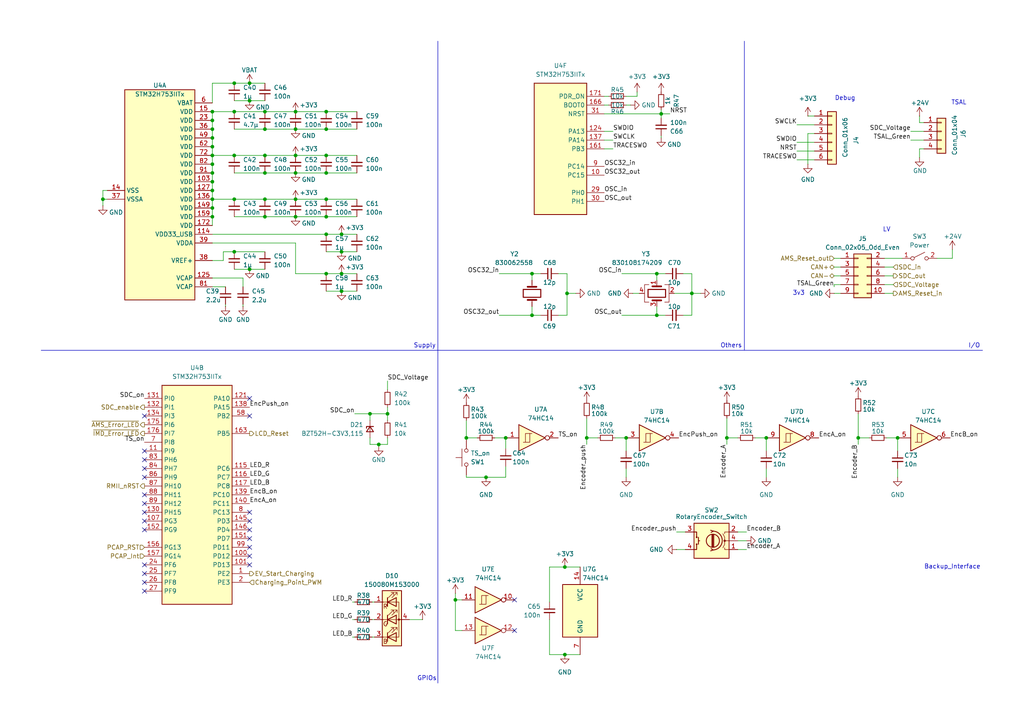
<source format=kicad_sch>
(kicad_sch
	(version 20250114)
	(generator "eeschema")
	(generator_version "9.0")
	(uuid "35b8a975-a1f8-4a47-8395-8e1ea283b386")
	(paper "A4")
	
	(text "Supply"
		(exclude_from_sim no)
		(at 123.19 100.33 0)
		(effects
			(font
				(size 1.27 1.27)
			)
		)
		(uuid "131e0615-657c-4f59-929d-0b7601842308")
	)
	(text "Backup_Interface"
		(exclude_from_sim no)
		(at 276.225 164.465 0)
		(effects
			(font
				(size 1.27 1.27)
			)
		)
		(uuid "15d77424-d13c-4f90-9f96-be8bf1adf8cc")
	)
	(text "3v3"
		(exclude_from_sim no)
		(at 229.87 85.09 0)
		(effects
			(font
				(size 1.27 1.27)
			)
			(justify left)
		)
		(uuid "364922e6-446e-413c-878a-bdcedb16435f")
	)
	(text "Debug"
		(exclude_from_sim no)
		(at 245.11 28.575 0)
		(effects
			(font
				(size 1.27 1.27)
			)
		)
		(uuid "79c5fecb-7e44-4b5c-b26a-b9a1ead8d6a7")
	)
	(text "GPIOs"
		(exclude_from_sim no)
		(at 123.825 196.85 0)
		(effects
			(font
				(size 1.27 1.27)
			)
		)
		(uuid "874e0f0d-b925-486e-858d-0f71e7baf11c")
	)
	(text "Others"
		(exclude_from_sim no)
		(at 212.09 100.33 0)
		(effects
			(font
				(size 1.27 1.27)
			)
		)
		(uuid "8c39beda-3239-4b4d-a394-cb66f7a7e4ef")
	)
	(text "LV"
		(exclude_from_sim no)
		(at 257.175 66.675 0)
		(effects
			(font
				(size 1.27 1.27)
			)
		)
		(uuid "8e72c987-571c-4fd1-98e2-d688bb9b9a23")
	)
	(text "TSAL"
		(exclude_from_sim no)
		(at 278.13 29.845 0)
		(effects
			(font
				(size 1.27 1.27)
			)
		)
		(uuid "b0e08e63-728e-465b-a9bb-a2354a70eaa5")
	)
	(text "I/O"
		(exclude_from_sim no)
		(at 282.575 100.33 0)
		(effects
			(font
				(size 1.27 1.27)
			)
		)
		(uuid "f89b8e88-7ad7-41ce-a0a0-f0fc435a26ef")
	)
	(junction
		(at 210.82 127)
		(diameter 0)
		(color 0 0 0 0)
		(uuid "03054f2e-9208-4716-83d7-1967059eae49")
	)
	(junction
		(at 61.595 60.325)
		(diameter 0)
		(color 0 0 0 0)
		(uuid "0639ff6d-0fa4-4a92-9101-ae69b2e89fd2")
	)
	(junction
		(at 135.255 127)
		(diameter 0)
		(color 0 0 0 0)
		(uuid "0da62957-c2c4-4942-91bd-ffb8d4251c5e")
	)
	(junction
		(at 67.945 32.385)
		(diameter 0)
		(color 0 0 0 0)
		(uuid "1277a601-4d5f-42fb-a0c5-a1f18ba0016e")
	)
	(junction
		(at 260.35 127)
		(diameter 0)
		(color 0 0 0 0)
		(uuid "1ec9d057-6b69-4bff-b2f9-d0b216a47459")
	)
	(junction
		(at 181.61 127)
		(diameter 0)
		(color 0 0 0 0)
		(uuid "1fbd7fc5-8c6d-4ada-afcb-22c60ceb9e34")
	)
	(junction
		(at 132.08 173.99)
		(diameter 0)
		(color 0 0 0 0)
		(uuid "2372f2f0-8b6b-4ba0-8156-48184e2d7c4f")
	)
	(junction
		(at 163.83 164.465)
		(diameter 0)
		(color 0 0 0 0)
		(uuid "32af624e-2218-4443-87a1-2186e9d667d8")
	)
	(junction
		(at 170.18 127)
		(diameter 0)
		(color 0 0 0 0)
		(uuid "384fafa7-2dc2-475f-b12a-20aa52e1d930")
	)
	(junction
		(at 112.395 120.015)
		(diameter 0)
		(color 0 0 0 0)
		(uuid "38d409b5-2312-4643-b1fc-fd0131fce598")
	)
	(junction
		(at 67.945 57.785)
		(diameter 0)
		(color 0 0 0 0)
		(uuid "3a44a5b6-35e6-477b-bf34-724cef99df7e")
	)
	(junction
		(at 61.595 32.385)
		(diameter 0)
		(color 0 0 0 0)
		(uuid "3b2e415b-e57a-4f5e-b680-987d6e0ee75d")
	)
	(junction
		(at 76.835 45.085)
		(diameter 0)
		(color 0 0 0 0)
		(uuid "412c5816-2822-46ca-a32f-61cb431bfe1e")
	)
	(junction
		(at 61.595 34.925)
		(diameter 0)
		(color 0 0 0 0)
		(uuid "430d2d22-0f07-45e6-a066-ebb18e98b45d")
	)
	(junction
		(at 94.615 79.375)
		(diameter 0)
		(color 0 0 0 0)
		(uuid "432f5d77-435d-4ec6-8d84-c3578eca972e")
	)
	(junction
		(at 85.725 50.165)
		(diameter 0)
		(color 0 0 0 0)
		(uuid "43f5a8a8-38be-4f74-81aa-71bbc42e5709")
	)
	(junction
		(at 248.92 127)
		(diameter 0)
		(color 0 0 0 0)
		(uuid "46587df5-c4cb-464f-b081-46b2e985f2df")
	)
	(junction
		(at 99.06 84.455)
		(diameter 0)
		(color 0 0 0 0)
		(uuid "4904ae19-57ee-4766-a793-026af6184969")
	)
	(junction
		(at 61.595 57.785)
		(diameter 0)
		(color 0 0 0 0)
		(uuid "4a33e8c1-b15f-4db0-b29d-1dd2148aad9a")
	)
	(junction
		(at 85.725 57.785)
		(diameter 0)
		(color 0 0 0 0)
		(uuid "4bd9b2ee-526d-4e54-8543-852c7a6f1074")
	)
	(junction
		(at 61.595 40.005)
		(diameter 0)
		(color 0 0 0 0)
		(uuid "4bef900f-dc66-42af-b560-e8cc8d6a6bce")
	)
	(junction
		(at 61.595 37.465)
		(diameter 0)
		(color 0 0 0 0)
		(uuid "4c2b925c-0792-420d-8f18-1f562d9b6ba2")
	)
	(junction
		(at 99.06 73.025)
		(diameter 0)
		(color 0 0 0 0)
		(uuid "4ff38491-b732-4bec-930a-4ca407ceb858")
	)
	(junction
		(at 107.315 120.015)
		(diameter 0)
		(color 0 0 0 0)
		(uuid "543660ff-ca23-4fad-8505-bcc3272f30b0")
	)
	(junction
		(at 164.465 85.09)
		(diameter 0)
		(color 0 0 0 0)
		(uuid "556ed635-fced-44e3-845c-f708c990d149")
	)
	(junction
		(at 163.83 189.865)
		(diameter 0)
		(color 0 0 0 0)
		(uuid "57546ade-761b-45ef-9890-daec7eb5d082")
	)
	(junction
		(at 94.615 67.945)
		(diameter 0)
		(color 0 0 0 0)
		(uuid "58f143f7-5a5b-4ff8-89cf-03a63964eb53")
	)
	(junction
		(at 190.5 79.375)
		(diameter 0)
		(color 0 0 0 0)
		(uuid "592f8bd9-4310-4fe4-b840-3718d5a08ff0")
	)
	(junction
		(at 85.725 37.465)
		(diameter 0)
		(color 0 0 0 0)
		(uuid "5a46c399-0f9f-4049-86b9-32bfb792b0a4")
	)
	(junction
		(at 67.945 24.13)
		(diameter 0)
		(color 0 0 0 0)
		(uuid "5ee7831a-b9cd-4699-8b90-ccd7a33a516a")
	)
	(junction
		(at 94.615 62.865)
		(diameter 0)
		(color 0 0 0 0)
		(uuid "62af3ba4-2380-4137-9c4c-8f703fa148db")
	)
	(junction
		(at 222.25 127)
		(diameter 0)
		(color 0 0 0 0)
		(uuid "68357784-7318-43f3-becd-152fcf669e7d")
	)
	(junction
		(at 85.725 32.385)
		(diameter 0)
		(color 0 0 0 0)
		(uuid "6b4ae941-68bd-4806-b564-6051c3e374f6")
	)
	(junction
		(at 61.595 47.625)
		(diameter 0)
		(color 0 0 0 0)
		(uuid "6e7d6e8b-008e-46f2-97bf-300e301fcdc5")
	)
	(junction
		(at 72.39 29.21)
		(diameter 0)
		(color 0 0 0 0)
		(uuid "84972f59-b0b8-441f-aae9-7917b0ac015f")
	)
	(junction
		(at 85.725 45.085)
		(diameter 0)
		(color 0 0 0 0)
		(uuid "84d185bd-171c-460f-91bf-66aa757880e7")
	)
	(junction
		(at 76.835 37.465)
		(diameter 0)
		(color 0 0 0 0)
		(uuid "8a3e42ba-433e-476e-bec8-923cd84f46fb")
	)
	(junction
		(at 61.595 52.705)
		(diameter 0)
		(color 0 0 0 0)
		(uuid "93864b3d-3224-4702-bf3d-2ed04340069c")
	)
	(junction
		(at 99.06 79.375)
		(diameter 0)
		(color 0 0 0 0)
		(uuid "9e0818cf-2913-43d0-81ad-5fd7c6a3ddb1")
	)
	(junction
		(at 140.97 138.43)
		(diameter 0)
		(color 0 0 0 0)
		(uuid "a2af58c6-5f1e-4b3e-b0c0-12a279005486")
	)
	(junction
		(at 76.835 50.165)
		(diameter 0)
		(color 0 0 0 0)
		(uuid "a8da62c7-b5b2-4a05-8568-ce944b258201")
	)
	(junction
		(at 190.5 91.44)
		(diameter 0)
		(color 0 0 0 0)
		(uuid "ac9f37a4-8446-4a5b-a6ff-9f608799a097")
	)
	(junction
		(at 61.595 50.165)
		(diameter 0)
		(color 0 0 0 0)
		(uuid "b510fd1a-117a-465f-a751-9a561bd2ac96")
	)
	(junction
		(at 61.595 42.545)
		(diameter 0)
		(color 0 0 0 0)
		(uuid "b530e2a2-741c-4c76-ace0-7d60e6d206ce")
	)
	(junction
		(at 94.615 57.785)
		(diameter 0)
		(color 0 0 0 0)
		(uuid "bca7b570-75fa-40a7-a5dd-b415eee9e6fa")
	)
	(junction
		(at 94.615 50.165)
		(diameter 0)
		(color 0 0 0 0)
		(uuid "bcf0274b-9b82-4ddd-b442-da13a9d22e46")
	)
	(junction
		(at 67.945 73.025)
		(diameter 0)
		(color 0 0 0 0)
		(uuid "bdeb1722-eb35-4647-a7e0-350ed2e01785")
	)
	(junction
		(at 200.66 85.09)
		(diameter 0)
		(color 0 0 0 0)
		(uuid "c2234057-b903-484a-a2e3-a32a8859901c")
	)
	(junction
		(at 85.725 62.865)
		(diameter 0)
		(color 0 0 0 0)
		(uuid "c55b6c0a-705b-4ad7-afc8-beda683bc62e")
	)
	(junction
		(at 67.945 45.085)
		(diameter 0)
		(color 0 0 0 0)
		(uuid "ced6b67c-b589-447b-b173-eb3d5278bd77")
	)
	(junction
		(at 99.06 67.945)
		(diameter 0)
		(color 0 0 0 0)
		(uuid "ceeeb9fd-c3cf-438c-9822-df85739f3524")
	)
	(junction
		(at 191.77 33.02)
		(diameter 0)
		(color 0 0 0 0)
		(uuid "d01fb329-49c1-4312-9a86-8c2522e92a75")
	)
	(junction
		(at 72.39 24.13)
		(diameter 0)
		(color 0 0 0 0)
		(uuid "d181dd89-adb0-44ef-b5de-42f46220a519")
	)
	(junction
		(at 154.305 91.44)
		(diameter 0)
		(color 0 0 0 0)
		(uuid "d62f36d0-5342-483c-96b2-d979dd1cfd28")
	)
	(junction
		(at 154.305 79.375)
		(diameter 0)
		(color 0 0 0 0)
		(uuid "d7b6fc6c-855c-4ad5-b8db-ffb1631d4d8e")
	)
	(junction
		(at 29.845 57.785)
		(diameter 0)
		(color 0 0 0 0)
		(uuid "da4a391a-8756-4bbe-ad5d-6a5d7cc0698f")
	)
	(junction
		(at 72.39 78.105)
		(diameter 0)
		(color 0 0 0 0)
		(uuid "dc976682-daa7-427b-b632-e4e6f1b2f4a5")
	)
	(junction
		(at 146.685 127)
		(diameter 0)
		(color 0 0 0 0)
		(uuid "ddd035ed-81df-49e3-9245-82755440f4a5")
	)
	(junction
		(at 61.595 55.245)
		(diameter 0)
		(color 0 0 0 0)
		(uuid "e0d34c7c-a2c8-4d45-a4be-7edc074c7759")
	)
	(junction
		(at 94.615 32.385)
		(diameter 0)
		(color 0 0 0 0)
		(uuid "e6ae9a3e-d48c-4e18-9235-74fe81b4c978")
	)
	(junction
		(at 61.595 62.865)
		(diameter 0)
		(color 0 0 0 0)
		(uuid "eea696d1-0980-4f7d-9ba9-1ff3dcb2b606")
	)
	(junction
		(at 76.835 57.785)
		(diameter 0)
		(color 0 0 0 0)
		(uuid "f3f74bf6-10b1-4218-bfb6-61ef3118c054")
	)
	(junction
		(at 76.835 62.865)
		(diameter 0)
		(color 0 0 0 0)
		(uuid "f5150f2b-4683-49e5-a470-3066104142ee")
	)
	(junction
		(at 61.595 45.085)
		(diameter 0)
		(color 0 0 0 0)
		(uuid "f5abb69e-3023-40b6-8c88-ffed31815111")
	)
	(junction
		(at 76.835 32.385)
		(diameter 0)
		(color 0 0 0 0)
		(uuid "f71381d7-d154-4117-8ffa-0d9e641e8953")
	)
	(junction
		(at 94.615 45.085)
		(diameter 0)
		(color 0 0 0 0)
		(uuid "fa07ce36-60e8-4ebb-8b80-5cc0f863054d")
	)
	(junction
		(at 94.615 37.465)
		(diameter 0)
		(color 0 0 0 0)
		(uuid "fea021c6-6169-4cbd-bd9b-0c0e6e7bdfc0")
	)
	(junction
		(at 109.855 128.905)
		(diameter 0)
		(color 0 0 0 0)
		(uuid "fee4a54d-fd10-4b4f-97f2-238b76d9efae")
	)
	(no_connect
		(at 72.39 161.29)
		(uuid "0576ea35-f83d-4e20-b983-4c8b7d9509b4")
	)
	(no_connect
		(at 72.39 153.67)
		(uuid "0979849e-710e-47b6-86d7-e9c688b9aa11")
	)
	(no_connect
		(at 41.91 168.91)
		(uuid "1ab33352-5df0-41d3-8a2b-70622302d93e")
	)
	(no_connect
		(at 149.225 182.88)
		(uuid "29403ca2-cc18-4015-b634-200487c369b9")
	)
	(no_connect
		(at 72.39 163.83)
		(uuid "4410c5c1-a77d-4511-a747-adf545451880")
	)
	(no_connect
		(at 72.39 156.21)
		(uuid "4f5fb956-ecd3-4e6a-b104-4f11672ec02d")
	)
	(no_connect
		(at 72.39 115.57)
		(uuid "554342c8-e8a6-401a-9844-51d2683b8c11")
	)
	(no_connect
		(at 72.39 148.59)
		(uuid "56d7413a-87a1-4ad6-8dbd-0da9468a8192")
	)
	(no_connect
		(at 41.91 153.67)
		(uuid "5cb0fac4-5588-43dd-a51e-c4f003bc7824")
	)
	(no_connect
		(at 41.91 148.59)
		(uuid "69384793-4239-403d-874d-b47a9ebff07d")
	)
	(no_connect
		(at 41.91 171.45)
		(uuid "7e0e686d-2fb2-4695-9b96-f6d8257bde24")
	)
	(no_connect
		(at 41.91 143.51)
		(uuid "83226d1a-7a17-4132-bafe-0c6aa7a29673")
	)
	(no_connect
		(at 149.225 173.99)
		(uuid "8cf95af1-9033-42fe-8297-3430137568f8")
	)
	(no_connect
		(at 72.39 151.13)
		(uuid "96871d32-c453-42c5-bf6f-f37ed9c4897b")
	)
	(no_connect
		(at 41.91 120.65)
		(uuid "bf91d5ab-3192-49f6-a0f3-cb8a4dc750a6")
	)
	(no_connect
		(at 41.91 166.37)
		(uuid "c047b6c2-2357-4733-8e67-2cd2475b6982")
	)
	(no_connect
		(at 41.91 138.43)
		(uuid "c17d3ccd-81ba-4fdd-af5d-4cffde13a405")
	)
	(no_connect
		(at 41.91 133.35)
		(uuid "c2dec42b-d8b6-4fba-8ad8-3058ad41867c")
	)
	(no_connect
		(at 41.91 130.81)
		(uuid "cb35255e-15c1-4414-bab0-36e7e6123437")
	)
	(no_connect
		(at 72.39 120.65)
		(uuid "cf225bd0-a812-4259-9c6d-76bce07b2df2")
	)
	(no_connect
		(at 41.91 135.89)
		(uuid "cf870591-39f4-4cb8-9b41-ec579bc32917")
	)
	(no_connect
		(at 41.91 151.13)
		(uuid "d187bd36-9147-40e9-9890-05ffb8be5838")
	)
	(no_connect
		(at 41.91 146.05)
		(uuid "e0470519-9119-4305-bb41-2d8661a35767")
	)
	(no_connect
		(at 72.39 158.75)
		(uuid "e38f9f38-fab1-4a5d-8735-35ab6dacc3c2")
	)
	(no_connect
		(at 41.91 163.83)
		(uuid "e3a1c579-c1e8-4e0a-be47-865c53293241")
	)
	(wire
		(pts
			(xy 29.845 55.245) (xy 29.845 57.785)
		)
		(stroke
			(width 0)
			(type default)
		)
		(uuid "032e93c1-425f-4fcb-aba6-03ae1c74082b")
	)
	(wire
		(pts
			(xy 61.595 50.165) (xy 61.595 52.705)
		)
		(stroke
			(width 0)
			(type default)
		)
		(uuid "04debeef-549a-4c39-927b-69f1f0139e70")
	)
	(wire
		(pts
			(xy 102.235 184.785) (xy 102.87 184.785)
		)
		(stroke
			(width 0)
			(type default)
		)
		(uuid "05c2eb4c-a567-4a7b-9a8b-6cba89516905")
	)
	(wire
		(pts
			(xy 163.83 164.465) (xy 159.385 164.465)
		)
		(stroke
			(width 0)
			(type default)
		)
		(uuid "07a82d9a-9ca8-4d08-8726-f180541b7083")
	)
	(wire
		(pts
			(xy 94.615 84.455) (xy 99.06 84.455)
		)
		(stroke
			(width 0)
			(type default)
		)
		(uuid "0897e0f0-120b-400e-bb14-897e40e7b02d")
	)
	(wire
		(pts
			(xy 61.595 45.085) (xy 61.595 47.625)
		)
		(stroke
			(width 0)
			(type default)
		)
		(uuid "097118d6-edc8-4348-b70f-10344c435092")
	)
	(wire
		(pts
			(xy 276.225 74.93) (xy 271.78 74.93)
		)
		(stroke
			(width 0)
			(type default)
		)
		(uuid "0abfaed6-42e2-4ebd-ac06-07b93585aba9")
	)
	(wire
		(pts
			(xy 210.82 121.285) (xy 210.82 127)
		)
		(stroke
			(width 0)
			(type default)
		)
		(uuid "0acb257e-2494-4ba3-9e68-77f675c74b58")
	)
	(wire
		(pts
			(xy 132.08 173.99) (xy 133.985 173.99)
		)
		(stroke
			(width 0)
			(type default)
		)
		(uuid "0c12a21c-7010-4ff8-acfb-f02a5c09dbb8")
	)
	(wire
		(pts
			(xy 164.465 79.375) (xy 161.925 79.375)
		)
		(stroke
			(width 0)
			(type default)
		)
		(uuid "0f6e8366-0d81-4da7-9f30-62173a06d853")
	)
	(wire
		(pts
			(xy 144.78 91.44) (xy 154.305 91.44)
		)
		(stroke
			(width 0)
			(type default)
		)
		(uuid "0f761e8c-44a9-43ba-8303-ba52fba04da2")
	)
	(wire
		(pts
			(xy 94.615 32.385) (xy 103.505 32.385)
		)
		(stroke
			(width 0)
			(type default)
		)
		(uuid "0fa1f5e0-0ffe-4f7d-bf74-e541cdb35448")
	)
	(wire
		(pts
			(xy 67.945 29.21) (xy 72.39 29.21)
		)
		(stroke
			(width 0)
			(type default)
		)
		(uuid "104524c5-4e85-46bb-8fcf-6e42d9b60b65")
	)
	(wire
		(pts
			(xy 196.215 154.305) (xy 198.755 154.305)
		)
		(stroke
			(width 0)
			(type default)
		)
		(uuid "10bcdded-64db-4cbe-937c-70873d7cfb8e")
	)
	(wire
		(pts
			(xy 154.305 88.9) (xy 154.305 91.44)
		)
		(stroke
			(width 0)
			(type default)
		)
		(uuid "11e88f10-3504-432d-b8ed-d3a2e1236c08")
	)
	(wire
		(pts
			(xy 159.385 179.705) (xy 159.385 189.865)
		)
		(stroke
			(width 0)
			(type default)
		)
		(uuid "12993ed2-1dc1-4d0e-86ff-959c1d8c40f6")
	)
	(wire
		(pts
			(xy 156.845 79.375) (xy 154.305 79.375)
		)
		(stroke
			(width 0)
			(type default)
		)
		(uuid "13465972-5b15-4360-a8d8-10dafd7f715f")
	)
	(wire
		(pts
			(xy 61.595 80.645) (xy 70.485 80.645)
		)
		(stroke
			(width 0)
			(type default)
		)
		(uuid "148b4878-4176-450e-a5d5-e6bfe383516f")
	)
	(wire
		(pts
			(xy 276.225 72.39) (xy 276.225 74.93)
		)
		(stroke
			(width 0)
			(type default)
		)
		(uuid "149f6158-2d55-4904-9005-6a7af8f5b0bd")
	)
	(wire
		(pts
			(xy 61.595 70.485) (xy 85.725 70.485)
		)
		(stroke
			(width 0)
			(type default)
		)
		(uuid "17aaff2b-efe1-44db-8c2b-80df99259895")
	)
	(wire
		(pts
			(xy 266.7 45.72) (xy 266.7 43.18)
		)
		(stroke
			(width 0)
			(type default)
		)
		(uuid "17af4a42-5d6e-4b1d-a623-823e298f89ff")
	)
	(wire
		(pts
			(xy 248.92 120.015) (xy 248.92 127)
		)
		(stroke
			(width 0)
			(type default)
		)
		(uuid "189cc12e-17f9-4ac7-a5e3-046d825e6b14")
	)
	(wire
		(pts
			(xy 99.06 67.945) (xy 103.505 67.945)
		)
		(stroke
			(width 0)
			(type default)
		)
		(uuid "1a1d5fa7-6a93-453f-bf03-bdc034a2e77b")
	)
	(wire
		(pts
			(xy 94.615 57.785) (xy 103.505 57.785)
		)
		(stroke
			(width 0)
			(type default)
		)
		(uuid "1c4dff5e-c946-4edf-b17e-21144a60469e")
	)
	(wire
		(pts
			(xy 241.935 77.47) (xy 243.84 77.47)
		)
		(stroke
			(width 0)
			(type default)
		)
		(uuid "1d2e0e02-2515-4d66-aeb3-65162d89a3f4")
	)
	(wire
		(pts
			(xy 184.785 27.94) (xy 181.61 27.94)
		)
		(stroke
			(width 0)
			(type default)
		)
		(uuid "1f04f8da-308f-4d4b-b645-ba6a9e3ab5d0")
	)
	(wire
		(pts
			(xy 76.835 32.385) (xy 85.725 32.385)
		)
		(stroke
			(width 0)
			(type default)
		)
		(uuid "1faf3668-c96e-4421-a896-b7c77f08f668")
	)
	(wire
		(pts
			(xy 61.595 83.185) (xy 65.405 83.185)
		)
		(stroke
			(width 0)
			(type default)
		)
		(uuid "1ffb5664-1168-4c3c-85d6-4fdbdf0c4e6e")
	)
	(wire
		(pts
			(xy 264.16 38.1) (xy 267.97 38.1)
		)
		(stroke
			(width 0)
			(type default)
		)
		(uuid "24d23fd4-dde8-468b-82b9-b8390fc82a84")
	)
	(wire
		(pts
			(xy 135.255 121.92) (xy 135.255 127)
		)
		(stroke
			(width 0)
			(type default)
		)
		(uuid "24dd2109-d885-4f25-9b95-438c9c83cf53")
	)
	(wire
		(pts
			(xy 180.34 91.44) (xy 190.5 91.44)
		)
		(stroke
			(width 0)
			(type default)
		)
		(uuid "253dfb7b-e994-492e-9366-0b579cd2b921")
	)
	(wire
		(pts
			(xy 175.26 43.18) (xy 177.8 43.18)
		)
		(stroke
			(width 0)
			(type default)
		)
		(uuid "2648ca35-0d3b-41fc-a0c7-4426c47646af")
	)
	(wire
		(pts
			(xy 178.435 127) (xy 181.61 127)
		)
		(stroke
			(width 0)
			(type default)
		)
		(uuid "2648ed24-8d46-4019-81af-59cb3d3be6ef")
	)
	(wire
		(pts
			(xy 191.77 31.75) (xy 191.77 33.02)
		)
		(stroke
			(width 0)
			(type default)
		)
		(uuid "26c33951-823a-4537-8b37-6d067360a301")
	)
	(wire
		(pts
			(xy 112.395 128.905) (xy 112.395 127)
		)
		(stroke
			(width 0)
			(type default)
		)
		(uuid "2c4f26c5-5c63-4935-8730-31c29fa84cce")
	)
	(wire
		(pts
			(xy 181.61 127) (xy 181.61 130.81)
		)
		(stroke
			(width 0)
			(type default)
		)
		(uuid "2cdd5f51-0d96-4792-81bb-d51b64b09cb3")
	)
	(wire
		(pts
			(xy 61.595 24.13) (xy 67.945 24.13)
		)
		(stroke
			(width 0)
			(type default)
		)
		(uuid "309416c5-01a5-479d-b151-4aa15c679aae")
	)
	(wire
		(pts
			(xy 85.725 79.375) (xy 94.615 79.375)
		)
		(stroke
			(width 0)
			(type default)
		)
		(uuid "310b3c16-f636-42e3-92d9-8323bba36848")
	)
	(wire
		(pts
			(xy 76.835 37.465) (xy 85.725 37.465)
		)
		(stroke
			(width 0)
			(type default)
		)
		(uuid "330ea2aa-85e8-4ceb-99f4-7100f8ce0417")
	)
	(wire
		(pts
			(xy 191.77 33.02) (xy 194.31 33.02)
		)
		(stroke
			(width 0)
			(type default)
		)
		(uuid "347806f3-c012-4e14-b373-8933bd8734e0")
	)
	(wire
		(pts
			(xy 76.835 57.785) (xy 85.725 57.785)
		)
		(stroke
			(width 0)
			(type default)
		)
		(uuid "36d2f170-42d7-42b6-bedf-1e807c2cdfa4")
	)
	(wire
		(pts
			(xy 132.08 182.88) (xy 133.985 182.88)
		)
		(stroke
			(width 0)
			(type default)
		)
		(uuid "37e53374-fbe2-4c94-9df6-af2d252aceb1")
	)
	(wire
		(pts
			(xy 61.595 42.545) (xy 61.595 45.085)
		)
		(stroke
			(width 0)
			(type default)
		)
		(uuid "3ef07bc0-0d1b-4958-a3ce-4224cfe09f5c")
	)
	(wire
		(pts
			(xy 175.26 30.48) (xy 176.53 30.48)
		)
		(stroke
			(width 0)
			(type default)
		)
		(uuid "403943a3-7606-4350-b9f9-7a83a426e950")
	)
	(wire
		(pts
			(xy 107.315 120.015) (xy 107.315 121.92)
		)
		(stroke
			(width 0)
			(type default)
		)
		(uuid "40f3fbab-c25f-4c9a-a6ab-fb4449cf418a")
	)
	(wire
		(pts
			(xy 67.945 73.025) (xy 76.835 73.025)
		)
		(stroke
			(width 0)
			(type default)
		)
		(uuid "41a4017a-ed14-481c-94d2-358f975fdabf")
	)
	(wire
		(pts
			(xy 146.685 135.255) (xy 146.685 138.43)
		)
		(stroke
			(width 0)
			(type default)
		)
		(uuid "42a6c1c1-0bec-4a64-ba97-022485632b2c")
	)
	(wire
		(pts
			(xy 196.215 159.385) (xy 198.755 159.385)
		)
		(stroke
			(width 0)
			(type default)
		)
		(uuid "45efd4b5-380f-4cd4-904f-cf4fa9f9daec")
	)
	(wire
		(pts
			(xy 99.06 79.375) (xy 103.505 79.375)
		)
		(stroke
			(width 0)
			(type default)
		)
		(uuid "4744999c-668b-4ef7-aadc-3605c6b773bc")
	)
	(wire
		(pts
			(xy 241.935 82.55) (xy 243.84 82.55)
		)
		(stroke
			(width 0)
			(type default)
		)
		(uuid "4a8c75fc-97c8-4a4c-ae30-d2dd3740701b")
	)
	(wire
		(pts
			(xy 94.615 67.945) (xy 99.06 67.945)
		)
		(stroke
			(width 0)
			(type default)
		)
		(uuid "4b920d01-933a-491c-99e7-03b14beb823a")
	)
	(wire
		(pts
			(xy 31.115 57.785) (xy 29.845 57.785)
		)
		(stroke
			(width 0)
			(type default)
		)
		(uuid "4d5c3bc0-56ca-42fc-9e4b-f425c7170797")
	)
	(wire
		(pts
			(xy 64.77 75.565) (xy 64.77 73.025)
		)
		(stroke
			(width 0)
			(type default)
		)
		(uuid "50907a1c-ae3b-4cb2-8b1f-a2bbd698e6e7")
	)
	(wire
		(pts
			(xy 164.465 85.09) (xy 164.465 79.375)
		)
		(stroke
			(width 0)
			(type default)
		)
		(uuid "50b98742-cad0-4c19-a7a0-a62a29ac5fcc")
	)
	(wire
		(pts
			(xy 260.35 135.89) (xy 260.35 138.43)
		)
		(stroke
			(width 0)
			(type default)
		)
		(uuid "5248ae66-747b-402d-b1e1-3923ddbceb53")
	)
	(wire
		(pts
			(xy 109.855 129.54) (xy 109.855 128.905)
		)
		(stroke
			(width 0)
			(type default)
		)
		(uuid "55392592-7026-4f7e-ac69-d16b34d6c332")
	)
	(wire
		(pts
			(xy 193.04 79.375) (xy 190.5 79.375)
		)
		(stroke
			(width 0)
			(type default)
		)
		(uuid "555e9d66-742b-4eec-a060-e02888a73929")
	)
	(wire
		(pts
			(xy 175.26 38.1) (xy 177.8 38.1)
		)
		(stroke
			(width 0)
			(type default)
		)
		(uuid "57d04a43-6d2e-4867-91ea-a8b774abf2a0")
	)
	(wire
		(pts
			(xy 190.5 79.375) (xy 190.5 81.28)
		)
		(stroke
			(width 0)
			(type default)
		)
		(uuid "5a7fb71b-fa03-4ad2-9d6d-61e0ee9e0398")
	)
	(wire
		(pts
			(xy 72.39 78.105) (xy 76.835 78.105)
		)
		(stroke
			(width 0)
			(type default)
		)
		(uuid "5aff9e20-a3fa-44e2-b265-1bacc7296e59")
	)
	(polyline
		(pts
			(xy 215.9 11.938) (xy 215.9 101.6)
		)
		(stroke
			(width 0)
			(type default)
		)
		(uuid "5d5a5bf6-27d1-48b9-96a5-b3ec58aa8e29")
	)
	(wire
		(pts
			(xy 191.77 34.29) (xy 191.77 33.02)
		)
		(stroke
			(width 0)
			(type default)
		)
		(uuid "60b71a6b-1157-4946-bc97-0a3329be562e")
	)
	(wire
		(pts
			(xy 163.83 189.865) (xy 168.275 189.865)
		)
		(stroke
			(width 0)
			(type default)
		)
		(uuid "6135ec72-54f1-443e-a5b5-c37342bd387e")
	)
	(wire
		(pts
			(xy 107.95 179.705) (xy 108.585 179.705)
		)
		(stroke
			(width 0)
			(type default)
		)
		(uuid "62b842d4-cccf-48c1-93fb-672495a4281c")
	)
	(wire
		(pts
			(xy 85.725 32.385) (xy 94.615 32.385)
		)
		(stroke
			(width 0)
			(type default)
		)
		(uuid "6303d52b-100d-46f3-a928-30836b82f1cc")
	)
	(wire
		(pts
			(xy 94.615 50.165) (xy 103.505 50.165)
		)
		(stroke
			(width 0)
			(type default)
		)
		(uuid "6396b971-f44f-406f-9e4e-0613cb6bf000")
	)
	(wire
		(pts
			(xy 135.255 127.635) (xy 135.255 127)
		)
		(stroke
			(width 0)
			(type default)
		)
		(uuid "64e3a189-c1ad-459d-995d-a0035f523f27")
	)
	(wire
		(pts
			(xy 112.395 120.015) (xy 107.315 120.015)
		)
		(stroke
			(width 0)
			(type default)
		)
		(uuid "6625ace8-7df0-49fe-be18-552f69797353")
	)
	(wire
		(pts
			(xy 72.39 24.13) (xy 76.835 24.13)
		)
		(stroke
			(width 0)
			(type default)
		)
		(uuid "67d92ab7-6b27-413e-9d68-7d1c5c2811e8")
	)
	(wire
		(pts
			(xy 67.945 37.465) (xy 76.835 37.465)
		)
		(stroke
			(width 0)
			(type default)
		)
		(uuid "6806237e-7ade-4701-8b03-154f1dcd585d")
	)
	(wire
		(pts
			(xy 61.595 57.785) (xy 61.595 60.325)
		)
		(stroke
			(width 0)
			(type default)
		)
		(uuid "6a586c9f-68a8-4812-82a9-a5e31d2a3515")
	)
	(wire
		(pts
			(xy 170.18 121.285) (xy 170.18 127)
		)
		(stroke
			(width 0)
			(type default)
		)
		(uuid "6be6246e-4199-4714-be23-b158dcd26c83")
	)
	(wire
		(pts
			(xy 118.745 179.705) (xy 122.555 179.705)
		)
		(stroke
			(width 0)
			(type default)
		)
		(uuid "6d45df03-d4db-468d-b940-85424d61490f")
	)
	(wire
		(pts
			(xy 184.785 26.67) (xy 184.785 27.94)
		)
		(stroke
			(width 0)
			(type default)
		)
		(uuid "6d4f3bce-43e5-4382-80fd-e1bf727cadaf")
	)
	(wire
		(pts
			(xy 264.16 40.64) (xy 267.97 40.64)
		)
		(stroke
			(width 0)
			(type default)
		)
		(uuid "6e4c3d8c-0039-454c-9ed5-ebed97a25dfd")
	)
	(wire
		(pts
			(xy 200.66 91.44) (xy 200.66 85.09)
		)
		(stroke
			(width 0)
			(type default)
		)
		(uuid "6e65cf2f-79a8-42d3-a1d9-dc3348bdfd63")
	)
	(wire
		(pts
			(xy 260.35 127) (xy 260.35 130.81)
		)
		(stroke
			(width 0)
			(type default)
		)
		(uuid "6ef6778b-bc85-4d70-ac90-14af113f39b0")
	)
	(wire
		(pts
			(xy 234.315 38.735) (xy 236.22 38.735)
		)
		(stroke
			(width 0)
			(type default)
		)
		(uuid "6f73b510-add9-447a-a656-606690f47875")
	)
	(wire
		(pts
			(xy 190.5 91.44) (xy 193.04 91.44)
		)
		(stroke
			(width 0)
			(type default)
		)
		(uuid "703d9349-c8a4-4a59-8d3d-5b12a6be4b90")
	)
	(wire
		(pts
			(xy 181.61 135.89) (xy 181.61 138.43)
		)
		(stroke
			(width 0)
			(type default)
		)
		(uuid "72e34599-0c42-46a0-9c0b-77a570bf18de")
	)
	(wire
		(pts
			(xy 64.77 73.025) (xy 67.945 73.025)
		)
		(stroke
			(width 0)
			(type default)
		)
		(uuid "73b6ecd5-6c6d-4016-bd27-0a2d8d9f1dcb")
	)
	(wire
		(pts
			(xy 222.25 135.89) (xy 222.25 138.43)
		)
		(stroke
			(width 0)
			(type default)
		)
		(uuid "758d34b8-5e0c-4d3e-a8e7-0bf6f0655aa8")
	)
	(wire
		(pts
			(xy 94.615 79.375) (xy 99.06 79.375)
		)
		(stroke
			(width 0)
			(type default)
		)
		(uuid "75c1b770-6d91-48ed-b5bb-2a7474ec1302")
	)
	(wire
		(pts
			(xy 109.855 128.905) (xy 112.395 128.905)
		)
		(stroke
			(width 0)
			(type default)
		)
		(uuid "7914a7e9-5528-4149-9398-b8c7534f01a7")
	)
	(wire
		(pts
			(xy 94.615 37.465) (xy 103.505 37.465)
		)
		(stroke
			(width 0)
			(type default)
		)
		(uuid "79b4f1a0-ad3e-42ad-8d4d-96fdacee2d98")
	)
	(wire
		(pts
			(xy 61.595 75.565) (xy 64.77 75.565)
		)
		(stroke
			(width 0)
			(type default)
		)
		(uuid "7af938fc-d107-4e8b-b420-77fc02771c52")
	)
	(wire
		(pts
			(xy 219.075 127) (xy 222.25 127)
		)
		(stroke
			(width 0)
			(type default)
		)
		(uuid "839b782e-28ab-428d-b1be-7822af7b71cb")
	)
	(wire
		(pts
			(xy 180.34 79.375) (xy 190.5 79.375)
		)
		(stroke
			(width 0)
			(type default)
		)
		(uuid "83a55d68-4ab7-4179-9354-0c5cc77b1c73")
	)
	(wire
		(pts
			(xy 76.835 50.165) (xy 85.725 50.165)
		)
		(stroke
			(width 0)
			(type default)
		)
		(uuid "84e3fdd0-3727-441e-a756-9e0c64b0f45f")
	)
	(polyline
		(pts
			(xy 127 11.938) (xy 127 101.6)
		)
		(stroke
			(width 0)
			(type default)
		)
		(uuid "84f38b85-0f5d-4a4b-80bb-696a14d4aafa")
	)
	(wire
		(pts
			(xy 140.97 138.43) (xy 146.685 138.43)
		)
		(stroke
			(width 0)
			(type default)
		)
		(uuid "86313ec9-c45c-40da-8b43-e3bfab508203")
	)
	(wire
		(pts
			(xy 248.92 127) (xy 252.095 127)
		)
		(stroke
			(width 0)
			(type default)
		)
		(uuid "86947a20-bfbb-470f-ade3-d9f6007b69ac")
	)
	(wire
		(pts
			(xy 175.26 40.64) (xy 177.8 40.64)
		)
		(stroke
			(width 0)
			(type default)
		)
		(uuid "88b8f5b6-3715-41e0-a3a8-0d0e3a6c1e02")
	)
	(wire
		(pts
			(xy 168.275 164.465) (xy 163.83 164.465)
		)
		(stroke
			(width 0)
			(type default)
		)
		(uuid "89e32d00-bc94-4885-82e0-5dd30728688e")
	)
	(wire
		(pts
			(xy 61.595 67.945) (xy 94.615 67.945)
		)
		(stroke
			(width 0)
			(type default)
		)
		(uuid "8b6d86c8-a76b-4172-a3e3-318a9ff50aa3")
	)
	(polyline
		(pts
			(xy 127 101.6) (xy 127 198.12)
		)
		(stroke
			(width 0)
			(type default)
		)
		(uuid "8bcf0b4a-6f01-4a5f-b0f5-c84531e850c3")
	)
	(wire
		(pts
			(xy 210.82 127) (xy 213.995 127)
		)
		(stroke
			(width 0)
			(type default)
		)
		(uuid "8c3414c8-1f18-4d52-9d18-92efb010e968")
	)
	(wire
		(pts
			(xy 102.235 174.625) (xy 102.87 174.625)
		)
		(stroke
			(width 0)
			(type default)
		)
		(uuid "8ebbf762-fbce-49fe-bfeb-dcdacafb24c4")
	)
	(wire
		(pts
			(xy 231.14 41.275) (xy 236.22 41.275)
		)
		(stroke
			(width 0)
			(type default)
		)
		(uuid "9010c615-b8dc-48be-91ed-68e32181e1d7")
	)
	(wire
		(pts
			(xy 190.5 88.9) (xy 190.5 91.44)
		)
		(stroke
			(width 0)
			(type default)
		)
		(uuid "901b9b2d-ac73-44b7-895b-ec05897b6639")
	)
	(wire
		(pts
			(xy 200.66 85.09) (xy 203.2 85.09)
		)
		(stroke
			(width 0)
			(type default)
		)
		(uuid "9093e411-b067-4966-8fa8-328292f3ebea")
	)
	(wire
		(pts
			(xy 61.595 55.245) (xy 61.595 57.785)
		)
		(stroke
			(width 0)
			(type default)
		)
		(uuid "90b8ebde-31c8-4847-a287-5f7fd9675ba3")
	)
	(wire
		(pts
			(xy 243.84 85.09) (xy 241.935 85.09)
		)
		(stroke
			(width 0)
			(type default)
		)
		(uuid "91741062-b740-4586-b9f4-922451ae440c")
	)
	(wire
		(pts
			(xy 170.18 128.905) (xy 170.18 127)
		)
		(stroke
			(width 0)
			(type default)
		)
		(uuid "964c4c95-0edc-42d0-810d-ad4479439d49")
	)
	(wire
		(pts
			(xy 99.06 73.025) (xy 103.505 73.025)
		)
		(stroke
			(width 0)
			(type default)
		)
		(uuid "973662df-2e27-4c95-a259-713a9d128e46")
	)
	(wire
		(pts
			(xy 159.385 164.465) (xy 159.385 174.625)
		)
		(stroke
			(width 0)
			(type default)
		)
		(uuid "978df144-cdde-4d69-8b01-c4fe7024360a")
	)
	(wire
		(pts
			(xy 154.305 91.44) (xy 156.845 91.44)
		)
		(stroke
			(width 0)
			(type default)
		)
		(uuid "97ede80a-b5b1-4149-b441-4a9a24261021")
	)
	(wire
		(pts
			(xy 29.845 57.785) (xy 29.845 59.69)
		)
		(stroke
			(width 0)
			(type default)
		)
		(uuid "98d5f97d-76ee-4339-9fcb-0aad1bffdd91")
	)
	(wire
		(pts
			(xy 266.7 33.655) (xy 266.7 35.56)
		)
		(stroke
			(width 0)
			(type default)
		)
		(uuid "9b45f6d1-d5f6-49df-b13f-a61d564c7e69")
	)
	(wire
		(pts
			(xy 200.66 85.09) (xy 195.58 85.09)
		)
		(stroke
			(width 0)
			(type default)
		)
		(uuid "9cc1ff3f-cefe-4a7e-b237-e926d6edbe05")
	)
	(wire
		(pts
			(xy 266.7 35.56) (xy 267.97 35.56)
		)
		(stroke
			(width 0)
			(type default)
		)
		(uuid "9d514266-0ddd-4350-a00d-f23dcaf52f6f")
	)
	(wire
		(pts
			(xy 107.315 120.015) (xy 102.87 120.015)
		)
		(stroke
			(width 0)
			(type default)
		)
		(uuid "9d8b6b7c-364f-4e1a-8da5-3819b2a08675")
	)
	(wire
		(pts
			(xy 241.935 83.185) (xy 241.935 82.55)
		)
		(stroke
			(width 0)
			(type default)
		)
		(uuid "9f544dbe-c4bf-4ea9-ae26-92987485c5f5")
	)
	(wire
		(pts
			(xy 61.595 47.625) (xy 61.595 50.165)
		)
		(stroke
			(width 0)
			(type default)
		)
		(uuid "9f9ae461-b89c-4786-9861-dda1960da6f7")
	)
	(wire
		(pts
			(xy 67.945 24.13) (xy 72.39 24.13)
		)
		(stroke
			(width 0)
			(type default)
		)
		(uuid "a10ab475-065e-44da-aa1e-4acd1b79678e")
	)
	(wire
		(pts
			(xy 85.725 62.865) (xy 94.615 62.865)
		)
		(stroke
			(width 0)
			(type default)
		)
		(uuid "a1794c33-030e-4353-b243-ecbb43184f8d")
	)
	(wire
		(pts
			(xy 146.685 127) (xy 146.685 130.175)
		)
		(stroke
			(width 0)
			(type default)
		)
		(uuid "a492a2d2-690f-48ce-8b67-44ff70ef9cd0")
	)
	(wire
		(pts
			(xy 94.615 73.025) (xy 99.06 73.025)
		)
		(stroke
			(width 0)
			(type default)
		)
		(uuid "a5b56033-b81b-415f-a7ab-e84f87f8230e")
	)
	(wire
		(pts
			(xy 200.66 85.09) (xy 200.66 79.375)
		)
		(stroke
			(width 0)
			(type default)
		)
		(uuid "a5ffdd7d-d73d-4f19-a48a-67b6dccc47b4")
	)
	(wire
		(pts
			(xy 112.395 113.03) (xy 112.395 110.49)
		)
		(stroke
			(width 0)
			(type default)
		)
		(uuid "a718020f-1fd0-4ca7-bf42-8f95f5bffabc")
	)
	(wire
		(pts
			(xy 175.26 33.02) (xy 191.77 33.02)
		)
		(stroke
			(width 0)
			(type default)
		)
		(uuid "a7538366-43ba-4f57-a90e-c52e3d942daa")
	)
	(wire
		(pts
			(xy 135.255 138.43) (xy 135.255 137.795)
		)
		(stroke
			(width 0)
			(type default)
		)
		(uuid "a87a4e21-be8f-4c97-aa39-590f7357b5aa")
	)
	(wire
		(pts
			(xy 67.945 32.385) (xy 76.835 32.385)
		)
		(stroke
			(width 0)
			(type default)
		)
		(uuid "a904c53b-8e3e-4bc5-a27f-7383e8f2953d")
	)
	(wire
		(pts
			(xy 256.54 74.93) (xy 261.62 74.93)
		)
		(stroke
			(width 0)
			(type default)
		)
		(uuid "aa32e37b-0a16-4d8d-9d0d-b8b5ce96dcc7")
	)
	(wire
		(pts
			(xy 107.315 127) (xy 107.315 128.905)
		)
		(stroke
			(width 0)
			(type default)
		)
		(uuid "ab4c4cc5-a5bf-4039-a008-37765ef8eb1e")
	)
	(wire
		(pts
			(xy 248.92 128.905) (xy 248.92 127)
		)
		(stroke
			(width 0)
			(type default)
		)
		(uuid "abc310cb-857c-4753-b28e-44fa907af802")
	)
	(wire
		(pts
			(xy 85.725 37.465) (xy 94.615 37.465)
		)
		(stroke
			(width 0)
			(type default)
		)
		(uuid "abd2ae2c-7f6e-41ad-b5a6-a31e8ed94f3d")
	)
	(wire
		(pts
			(xy 170.18 127) (xy 173.355 127)
		)
		(stroke
			(width 0)
			(type default)
		)
		(uuid "ac89e3fd-dd43-4a14-8ceb-8cbdca514b96")
	)
	(wire
		(pts
			(xy 67.945 57.785) (xy 76.835 57.785)
		)
		(stroke
			(width 0)
			(type default)
		)
		(uuid "ae0acb81-b15c-450b-a2ac-387ea9ab04b3")
	)
	(wire
		(pts
			(xy 61.595 45.085) (xy 67.945 45.085)
		)
		(stroke
			(width 0)
			(type default)
		)
		(uuid "aff8a17b-3015-4cf1-8e0d-8ef617a730ba")
	)
	(wire
		(pts
			(xy 164.465 85.09) (xy 167.005 85.09)
		)
		(stroke
			(width 0)
			(type default)
		)
		(uuid "b02cc84c-3b43-429e-8e86-e6e1d1ce361b")
	)
	(wire
		(pts
			(xy 61.595 32.385) (xy 61.595 34.925)
		)
		(stroke
			(width 0)
			(type default)
		)
		(uuid "b1ae31fb-1a94-46ff-a0d3-79e8bfa3c878")
	)
	(wire
		(pts
			(xy 85.725 70.485) (xy 85.725 79.375)
		)
		(stroke
			(width 0)
			(type default)
		)
		(uuid "b1dc4209-40df-4759-aea9-c51c8866f739")
	)
	(wire
		(pts
			(xy 72.39 29.21) (xy 76.835 29.21)
		)
		(stroke
			(width 0)
			(type default)
		)
		(uuid "b3d8913f-1aa7-40ac-99a2-1b72070425a2")
	)
	(wire
		(pts
			(xy 185.42 85.09) (xy 183.515 85.09)
		)
		(stroke
			(width 0)
			(type default)
		)
		(uuid "b44ddd19-f7b2-4443-823a-1c3e203348e6")
	)
	(wire
		(pts
			(xy 61.595 40.005) (xy 61.595 42.545)
		)
		(stroke
			(width 0)
			(type default)
		)
		(uuid "b9134148-0f84-422d-a32b-3fcf769797f7")
	)
	(wire
		(pts
			(xy 266.7 43.18) (xy 267.97 43.18)
		)
		(stroke
			(width 0)
			(type default)
		)
		(uuid "ba6006e7-4dd6-47cd-9a49-d472237f9fca")
	)
	(wire
		(pts
			(xy 259.08 80.01) (xy 256.54 80.01)
		)
		(stroke
			(width 0)
			(type default)
		)
		(uuid "be3e7755-9ddd-4e14-bf63-c382e9a0fa96")
	)
	(wire
		(pts
			(xy 257.175 127) (xy 260.35 127)
		)
		(stroke
			(width 0)
			(type default)
		)
		(uuid "be9589eb-4df5-4c13-b58e-20a279090754")
	)
	(wire
		(pts
			(xy 107.315 128.905) (xy 109.855 128.905)
		)
		(stroke
			(width 0)
			(type default)
		)
		(uuid "beb165a9-d64c-4aff-b88c-41b4e6a88514")
	)
	(wire
		(pts
			(xy 164.465 91.44) (xy 164.465 85.09)
		)
		(stroke
			(width 0)
			(type default)
		)
		(uuid "c05031d1-c5f7-4e32-97ca-5bd564c91da7")
	)
	(wire
		(pts
			(xy 76.835 45.085) (xy 85.725 45.085)
		)
		(stroke
			(width 0)
			(type default)
		)
		(uuid "c1d25501-d3fe-4f7d-9654-beb2d3627ac7")
	)
	(polyline
		(pts
			(xy 11.938 101.6) (xy 284.988 101.6)
		)
		(stroke
			(width 0)
			(type default)
		)
		(uuid "c26f9d12-bed4-45ec-9b5b-c8deae82dbc8")
	)
	(wire
		(pts
			(xy 112.395 121.92) (xy 112.395 120.015)
		)
		(stroke
			(width 0)
			(type default)
		)
		(uuid "c31f2617-caa5-4a7d-990a-868a5a780034")
	)
	(wire
		(pts
			(xy 61.595 29.845) (xy 61.595 24.13)
		)
		(stroke
			(width 0)
			(type default)
		)
		(uuid "c3796c48-a789-4b20-a083-0e1d425deda3")
	)
	(wire
		(pts
			(xy 231.14 36.195) (xy 236.22 36.195)
		)
		(stroke
			(width 0)
			(type default)
		)
		(uuid "c4cc7595-e852-46e0-a31f-7880cd8d32d8")
	)
	(wire
		(pts
			(xy 259.08 77.47) (xy 256.54 77.47)
		)
		(stroke
			(width 0)
			(type default)
		)
		(uuid "c65c5f2c-0fbe-4cfe-bc9d-11f7ed508b7e")
	)
	(wire
		(pts
			(xy 85.725 50.165) (xy 94.615 50.165)
		)
		(stroke
			(width 0)
			(type default)
		)
		(uuid "c669eee8-cc24-42bd-ab09-308673a75537")
	)
	(wire
		(pts
			(xy 70.485 88.265) (xy 70.485 88.9)
		)
		(stroke
			(width 0)
			(type default)
		)
		(uuid "c68610c4-f28d-43f9-bfa1-f701535aa437")
	)
	(wire
		(pts
			(xy 159.385 189.865) (xy 163.83 189.865)
		)
		(stroke
			(width 0)
			(type default)
		)
		(uuid "c6ac5b37-fed8-4471-a7d6-cd08d01fc0c8")
	)
	(wire
		(pts
			(xy 154.305 79.375) (xy 154.305 81.28)
		)
		(stroke
			(width 0)
			(type default)
		)
		(uuid "c746e32e-dd45-4e64-bb62-4f908a2c0b2f")
	)
	(wire
		(pts
			(xy 216.535 154.305) (xy 213.995 154.305)
		)
		(stroke
			(width 0)
			(type default)
		)
		(uuid "c767a549-db88-4047-86e1-262e69804411")
	)
	(wire
		(pts
			(xy 61.595 34.925) (xy 61.595 37.465)
		)
		(stroke
			(width 0)
			(type default)
		)
		(uuid "c7bd5086-ca38-44f5-870f-2f752df89d1b")
	)
	(wire
		(pts
			(xy 67.945 45.085) (xy 76.835 45.085)
		)
		(stroke
			(width 0)
			(type default)
		)
		(uuid "ca072fd7-5b8b-471b-929e-2aa276017629")
	)
	(wire
		(pts
			(xy 234.315 47.625) (xy 234.315 38.735)
		)
		(stroke
			(width 0)
			(type default)
		)
		(uuid "cb602a9a-e333-405a-af64-80e46bab2e85")
	)
	(wire
		(pts
			(xy 112.395 120.015) (xy 112.395 118.11)
		)
		(stroke
			(width 0)
			(type default)
		)
		(uuid "cb9574ab-64dd-46d6-a9d1-512c2e4f69a6")
	)
	(wire
		(pts
			(xy 144.78 79.375) (xy 154.305 79.375)
		)
		(stroke
			(width 0)
			(type default)
		)
		(uuid "cd8fa5a3-5d22-4ddb-bd0b-3b2a0b73f9b3")
	)
	(wire
		(pts
			(xy 61.595 57.785) (xy 67.945 57.785)
		)
		(stroke
			(width 0)
			(type default)
		)
		(uuid "cda3a489-d178-47ca-abe0-0bf76d56af84")
	)
	(wire
		(pts
			(xy 143.51 127) (xy 146.685 127)
		)
		(stroke
			(width 0)
			(type default)
		)
		(uuid "ce526e11-2e15-4ca6-8907-b394c9561c80")
	)
	(wire
		(pts
			(xy 61.595 62.865) (xy 61.595 65.405)
		)
		(stroke
			(width 0)
			(type default)
		)
		(uuid "cec41447-85b6-4ac7-b3a5-8aa14144188b")
	)
	(wire
		(pts
			(xy 67.945 62.865) (xy 76.835 62.865)
		)
		(stroke
			(width 0)
			(type default)
		)
		(uuid "d0fa1f4f-f2c3-4549-998f-7bcb2345509c")
	)
	(wire
		(pts
			(xy 234.315 33.655) (xy 236.22 33.655)
		)
		(stroke
			(width 0)
			(type default)
		)
		(uuid "d13cd28e-96c7-44e9-bcf1-4f2af7fb67e9")
	)
	(wire
		(pts
			(xy 191.77 39.37) (
... [193024 chars truncated]
</source>
